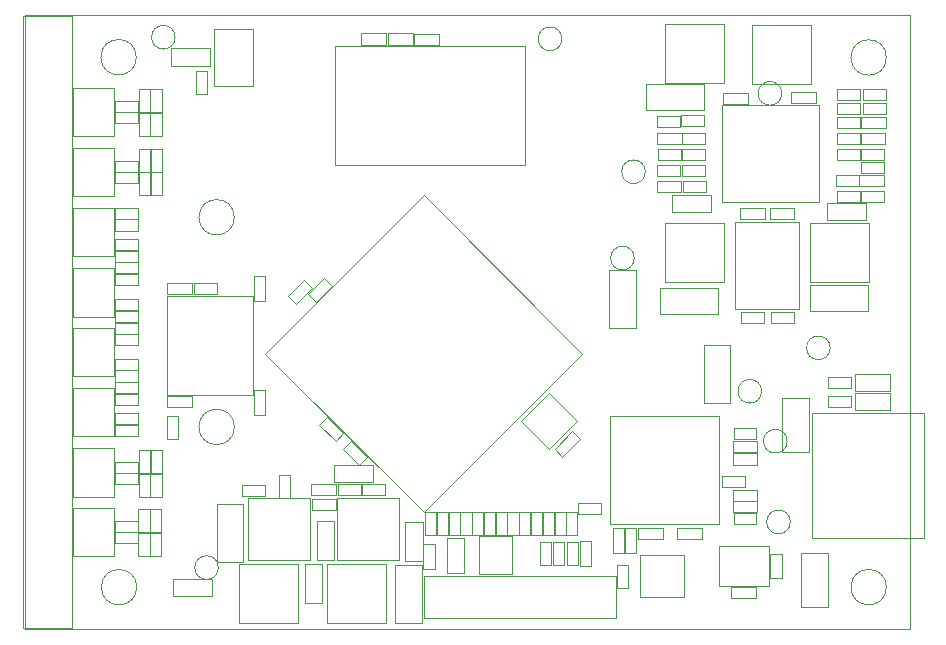
<source format=gbr>
G04 #@! TF.GenerationSoftware,KiCad,Pcbnew,(5.1.5)-3*
G04 #@! TF.CreationDate,2020-11-02T01:39:05+01:00*
G04 #@! TF.ProjectId,LogAn,4c6f6741-6e2e-46b6-9963-61645f706362,rev?*
G04 #@! TF.SameCoordinates,Original*
G04 #@! TF.FileFunction,Other,User*
%FSLAX46Y46*%
G04 Gerber Fmt 4.6, Leading zero omitted, Abs format (unit mm)*
G04 Created by KiCad (PCBNEW (5.1.5)-3) date 2020-11-02 01:39:05*
%MOMM*%
%LPD*%
G04 APERTURE LIST*
%ADD10C,0.050000*%
G04 APERTURE END LIST*
D10*
X140710920Y-90850720D02*
X65778380Y-90850720D01*
X140716000Y-38854380D02*
X140710920Y-90850720D01*
X65773300Y-38858340D02*
X140716000Y-38854380D01*
X65778380Y-90850720D02*
X65773300Y-38858340D01*
X102636220Y-82869680D02*
X102636220Y-80919680D01*
X103576220Y-82869680D02*
X102636220Y-82869680D01*
X103576220Y-80919680D02*
X103576220Y-82869680D01*
X102636220Y-80919680D02*
X103576220Y-80919680D01*
X114576500Y-81120080D02*
X112626500Y-81120080D01*
X114576500Y-80180080D02*
X114576500Y-81120080D01*
X112626500Y-80180080D02*
X114576500Y-80180080D01*
X112626500Y-81120080D02*
X112626500Y-80180080D01*
X80210560Y-45534220D02*
X80210560Y-43584220D01*
X81150560Y-45534220D02*
X80210560Y-45534220D01*
X81150560Y-43584220D02*
X81150560Y-45534220D01*
X80210560Y-43584220D02*
X81150560Y-43584220D01*
X81809320Y-44825620D02*
X85109320Y-44825620D01*
X81809320Y-40025620D02*
X81809320Y-44825620D01*
X85109320Y-40025620D02*
X81809320Y-40025620D01*
X85109320Y-44825620D02*
X85109320Y-40025620D01*
X86062460Y-79568140D02*
X84112460Y-79568140D01*
X86062460Y-78628140D02*
X86062460Y-79568140D01*
X84112460Y-78628140D02*
X86062460Y-78628140D01*
X84112460Y-79568140D02*
X84112460Y-78628140D01*
X75193020Y-42410380D02*
G75*
G03X75193020Y-42410380I-1500000J0D01*
G01*
X123215240Y-46900960D02*
X118315240Y-46900960D01*
X123215240Y-44660960D02*
X123215240Y-46900960D01*
X118315240Y-44660960D02*
X123215240Y-44660960D01*
X118315240Y-46900960D02*
X118315240Y-44660960D01*
X124457300Y-64178040D02*
X119557300Y-64178040D01*
X124457300Y-61938040D02*
X124457300Y-64178040D01*
X119557300Y-61938040D02*
X124457300Y-61938040D01*
X119557300Y-64178040D02*
X119557300Y-61938040D01*
X125480940Y-66762460D02*
X125480940Y-71662460D01*
X123240940Y-66762460D02*
X125480940Y-66762460D01*
X123240940Y-71662460D02*
X123240940Y-66762460D01*
X125480940Y-71662460D02*
X123240940Y-71662460D01*
X133938520Y-67017900D02*
G75*
G03X133938520Y-67017900I-1000000J0D01*
G01*
X111220760Y-40853360D02*
G75*
G03X111220760Y-40853360I-1000000J0D01*
G01*
X129844040Y-45473620D02*
G75*
G03X129844040Y-45473620I-1000000J0D01*
G01*
X117349780Y-59418220D02*
G75*
G03X117349780Y-59418220I-1000000J0D01*
G01*
X118289580Y-52108100D02*
G75*
G03X118289580Y-52108100I-1000000J0D01*
G01*
X128134620Y-70693280D02*
G75*
G03X128134620Y-70693280I-1000000J0D01*
G01*
X82142840Y-85623400D02*
G75*
G03X82142840Y-85623400I-1000000J0D01*
G01*
X78477620Y-40721280D02*
G75*
G03X78477620Y-40721280I-1000000J0D01*
G01*
X130562860Y-81760060D02*
G75*
G03X130562860Y-81760060I-1000000J0D01*
G01*
X130291080Y-74919840D02*
G75*
G03X130291080Y-74919840I-1000000J0D01*
G01*
X138698100Y-87276940D02*
G75*
G03X138698100Y-87276940I-1500000J0D01*
G01*
X75228580Y-87282020D02*
G75*
G03X75228580Y-87282020I-1500000J0D01*
G01*
X138698100Y-42433240D02*
G75*
G03X138698100Y-42433240I-1500000J0D01*
G01*
X83491200Y-73713820D02*
G75*
G03X83491200Y-73713820I-1500000J0D01*
G01*
X83491200Y-55963820D02*
G75*
G03X83491200Y-55963820I-1500000J0D01*
G01*
X78123780Y-41670220D02*
X81423780Y-41670220D01*
X78123780Y-43130220D02*
X78123780Y-41670220D01*
X81423780Y-43130220D02*
X78123780Y-43130220D01*
X81423780Y-41670220D02*
X81423780Y-43130220D01*
X81568560Y-88065360D02*
X78268560Y-88065360D01*
X81568560Y-86605360D02*
X81568560Y-88065360D01*
X78268560Y-86605360D02*
X81568560Y-86605360D01*
X78268560Y-88065360D02*
X78268560Y-86605360D01*
X86095940Y-60948860D02*
X86095940Y-63048860D01*
X85155940Y-60948860D02*
X86095940Y-60948860D01*
X85150940Y-63048860D02*
X85150940Y-60948860D01*
X86090940Y-63048860D02*
X85150940Y-63048860D01*
X85148320Y-72685620D02*
X85148320Y-70585620D01*
X86088320Y-72685620D02*
X85148320Y-72685620D01*
X86093320Y-70585620D02*
X86093320Y-72685620D01*
X85153320Y-70585620D02*
X86093320Y-70585620D01*
X79917000Y-62484100D02*
X77817000Y-62484100D01*
X79917000Y-61544100D02*
X79917000Y-62484100D01*
X77817000Y-61539100D02*
X79917000Y-61539100D01*
X77817000Y-62479100D02*
X77817000Y-61539100D01*
X79896680Y-72054820D02*
X77796680Y-72054820D01*
X79896680Y-71114820D02*
X79896680Y-72054820D01*
X77796680Y-71109820D02*
X79896680Y-71109820D01*
X77796680Y-72049820D02*
X77796680Y-71109820D01*
X82064500Y-62481560D02*
X80114500Y-62481560D01*
X82064500Y-61541560D02*
X82064500Y-62481560D01*
X80114500Y-61541560D02*
X82064500Y-61541560D01*
X80114500Y-62481560D02*
X80114500Y-61541560D01*
X77822960Y-74706900D02*
X77822960Y-72756900D01*
X78762960Y-74706900D02*
X77822960Y-74706900D01*
X78762960Y-72756900D02*
X78762960Y-74706900D01*
X77822960Y-72756900D02*
X78762960Y-72756900D01*
X77795100Y-71040100D02*
X85095100Y-71040100D01*
X77795100Y-62640100D02*
X85095100Y-62640100D01*
X85095100Y-62640100D02*
X85095100Y-71040100D01*
X77795100Y-62640100D02*
X77795100Y-71040100D01*
X88171120Y-77749760D02*
X88171120Y-79699760D01*
X87231120Y-77749760D02*
X88171120Y-77749760D01*
X87231120Y-79699760D02*
X87231120Y-77749760D01*
X88171120Y-79699760D02*
X87231120Y-79699760D01*
X131498480Y-88947340D02*
X131498480Y-84387340D01*
X133738480Y-88947340D02*
X131498480Y-88947340D01*
X133738480Y-84387340D02*
X133738480Y-88947340D01*
X131498480Y-84387340D02*
X133738480Y-84387340D01*
X92243000Y-78559560D02*
X94193000Y-78559560D01*
X92243000Y-79499560D02*
X92243000Y-78559560D01*
X94193000Y-79499560D02*
X92243000Y-79499560D01*
X94193000Y-78559560D02*
X94193000Y-79499560D01*
X94325800Y-78562100D02*
X96275800Y-78562100D01*
X94325800Y-79502100D02*
X94325800Y-78562100D01*
X96275800Y-79502100D02*
X94325800Y-79502100D01*
X96275800Y-78562100D02*
X96275800Y-79502100D01*
X90106860Y-79776220D02*
X92056860Y-79776220D01*
X90106860Y-80716220D02*
X90106860Y-79776220D01*
X92056860Y-80716220D02*
X90106860Y-80716220D01*
X92056860Y-79776220D02*
X92056860Y-80716220D01*
X99631400Y-82872220D02*
X99631400Y-80922220D01*
X100571400Y-82872220D02*
X99631400Y-82872220D01*
X100571400Y-80922220D02*
X100571400Y-82872220D01*
X99631400Y-80922220D02*
X100571400Y-80922220D01*
X90448380Y-85017880D02*
X90448380Y-81717880D01*
X91908380Y-85017880D02*
X90448380Y-85017880D01*
X91908380Y-81717880D02*
X91908380Y-85017880D01*
X90448380Y-81717880D02*
X91908380Y-81717880D01*
X101579780Y-80922220D02*
X101579780Y-82872220D01*
X100639780Y-80922220D02*
X101579780Y-80922220D01*
X100639780Y-82872220D02*
X100639780Y-80922220D01*
X101579780Y-82872220D02*
X100639780Y-82872220D01*
X97974400Y-85043280D02*
X97974400Y-81743280D01*
X99434400Y-85043280D02*
X97974400Y-85043280D01*
X99434400Y-81743280D02*
X99434400Y-85043280D01*
X97974400Y-81743280D02*
X99434400Y-81743280D01*
X88875240Y-90323040D02*
X88875240Y-85323040D01*
X83875240Y-90323040D02*
X83875240Y-85323040D01*
X83875240Y-85323040D02*
X88875240Y-85323040D01*
X83875240Y-90323040D02*
X88875240Y-90323040D01*
X91317440Y-85317960D02*
X91317440Y-90317960D01*
X96317440Y-85317960D02*
X96317440Y-90317960D01*
X96317440Y-90317960D02*
X91317440Y-90317960D01*
X96317440Y-85317960D02*
X91317440Y-85317960D01*
X89927420Y-84982040D02*
X89927420Y-79742040D01*
X84687420Y-84982040D02*
X89927420Y-84982040D01*
X84687420Y-79742040D02*
X84687420Y-84982040D01*
X89927420Y-79742040D02*
X84687420Y-79742040D01*
X97461060Y-84976960D02*
X97461060Y-79736960D01*
X92221060Y-84976960D02*
X97461060Y-84976960D01*
X92221060Y-79736960D02*
X92221060Y-84976960D01*
X97461060Y-79736960D02*
X92221060Y-79736960D01*
X84264360Y-80209220D02*
X84264360Y-85109220D01*
X82024360Y-80209220D02*
X84264360Y-80209220D01*
X82024360Y-85109220D02*
X82024360Y-80209220D01*
X84264360Y-85109220D02*
X82024360Y-85109220D01*
X99374820Y-85431460D02*
X99374820Y-90331460D01*
X97134820Y-85431460D02*
X99374820Y-85431460D01*
X97134820Y-90331460D02*
X97134820Y-85431460D01*
X99374820Y-90331460D02*
X97134820Y-90331460D01*
X91905820Y-76945740D02*
X95205820Y-76945740D01*
X91905820Y-78405740D02*
X91905820Y-76945740D01*
X95205820Y-78405740D02*
X91905820Y-78405740D01*
X95205820Y-76945740D02*
X95205820Y-78405740D01*
X90021700Y-78551940D02*
X92121700Y-78551940D01*
X90021700Y-79491940D02*
X90021700Y-78551940D01*
X92121700Y-79496940D02*
X90021700Y-79496940D01*
X92121700Y-78556940D02*
X92121700Y-79496940D01*
X89455240Y-88642460D02*
X89455240Y-85342460D01*
X90915240Y-88642460D02*
X89455240Y-88642460D01*
X90915240Y-85342460D02*
X90915240Y-88642460D01*
X89455240Y-85342460D02*
X90915240Y-85342460D01*
X99506940Y-85759000D02*
X99506940Y-83659000D01*
X100446940Y-85759000D02*
X99506940Y-85759000D01*
X100451940Y-83659000D02*
X100451940Y-85759000D01*
X99511940Y-83659000D02*
X100451940Y-83659000D01*
X107025900Y-86161680D02*
X107025900Y-82961680D01*
X104225900Y-86161680D02*
X104225900Y-82961680D01*
X104225900Y-86161680D02*
X107025900Y-86161680D01*
X107025900Y-82961680D02*
X104225900Y-82961680D01*
X102947220Y-83109620D02*
X102947220Y-86069620D01*
X101487220Y-83109620D02*
X102947220Y-83109620D01*
X101487220Y-86069620D02*
X101487220Y-83109620D01*
X102947220Y-86069620D02*
X101487220Y-86069620D01*
X91748029Y-61761151D02*
X90369171Y-63140009D01*
X91083349Y-61096471D02*
X91748029Y-61761151D01*
X89704491Y-62475329D02*
X91083349Y-61096471D01*
X90369171Y-63140009D02*
X89704491Y-62475329D01*
X90073778Y-61913942D02*
X88694920Y-63292800D01*
X89409098Y-61249262D02*
X90073778Y-61913942D01*
X88030240Y-62628120D02*
X89409098Y-61249262D01*
X88694920Y-63292800D02*
X88030240Y-62628120D01*
X73373340Y-56151680D02*
X75323340Y-56151680D01*
X73373340Y-57091680D02*
X73373340Y-56151680D01*
X75323340Y-57091680D02*
X73373340Y-57091680D01*
X75323340Y-56151680D02*
X75323340Y-57091680D01*
X73383500Y-57774740D02*
X75333500Y-57774740D01*
X73383500Y-58714740D02*
X73383500Y-57774740D01*
X75333500Y-58714740D02*
X73383500Y-58714740D01*
X75333500Y-57774740D02*
X75333500Y-58714740D01*
X73364940Y-60754160D02*
X75314940Y-60754160D01*
X73364940Y-61694160D02*
X73364940Y-60754160D01*
X75314940Y-61694160D02*
X73364940Y-61694160D01*
X75314940Y-60754160D02*
X75314940Y-61694160D01*
X73360640Y-62905540D02*
X75310640Y-62905540D01*
X73360640Y-63845540D02*
X73360640Y-62905540D01*
X75310640Y-63845540D02*
X73360640Y-63845540D01*
X75310640Y-62905540D02*
X75310640Y-63845540D01*
X75399800Y-77627120D02*
X75399800Y-75677120D01*
X76339800Y-77627120D02*
X75399800Y-77627120D01*
X76339800Y-75677120D02*
X76339800Y-77627120D01*
X75399800Y-75677120D02*
X76339800Y-75677120D01*
X73353020Y-65831620D02*
X75303020Y-65831620D01*
X73353020Y-66771620D02*
X73353020Y-65831620D01*
X75303020Y-66771620D02*
X73353020Y-66771620D01*
X75303020Y-65831620D02*
X75303020Y-66771620D01*
X76337260Y-77681180D02*
X76337260Y-79631180D01*
X75397260Y-77681180D02*
X76337260Y-77681180D01*
X75397260Y-79631180D02*
X75397260Y-77681180D01*
X76337260Y-79631180D02*
X75397260Y-79631180D01*
X73396980Y-67934740D02*
X75346980Y-67934740D01*
X73396980Y-68874740D02*
X73396980Y-67934740D01*
X75346980Y-68874740D02*
X73396980Y-68874740D01*
X75346980Y-67934740D02*
X75346980Y-68874740D01*
X75369320Y-82608060D02*
X75369320Y-80658060D01*
X76309320Y-82608060D02*
X75369320Y-82608060D01*
X76309320Y-80658060D02*
X76309320Y-82608060D01*
X75369320Y-80658060D02*
X76309320Y-80658060D01*
X73386040Y-70952260D02*
X75336040Y-70952260D01*
X73386040Y-71892260D02*
X73386040Y-70952260D01*
X75336040Y-71892260D02*
X73386040Y-71892260D01*
X75336040Y-70952260D02*
X75336040Y-71892260D01*
X76314400Y-82667200D02*
X76314400Y-84617200D01*
X75374400Y-82667200D02*
X76314400Y-82667200D01*
X75374400Y-84617200D02*
X75374400Y-82667200D01*
X76314400Y-84617200D02*
X75374400Y-84617200D01*
X73391120Y-72555000D02*
X75341120Y-72555000D01*
X73391120Y-73495000D02*
X73391120Y-72555000D01*
X75341120Y-73495000D02*
X73391120Y-73495000D01*
X75341120Y-72555000D02*
X75341120Y-73495000D01*
X75389640Y-47043760D02*
X75389640Y-45093760D01*
X76329640Y-47043760D02*
X75389640Y-47043760D01*
X76329640Y-45093760D02*
X76329640Y-47043760D01*
X75389640Y-45093760D02*
X76329640Y-45093760D01*
X76327100Y-47111500D02*
X76327100Y-49061500D01*
X75387100Y-47111500D02*
X76327100Y-47111500D01*
X75387100Y-49061500D02*
X75387100Y-47111500D01*
X76327100Y-49061500D02*
X75387100Y-49061500D01*
X77325320Y-45100600D02*
X77325320Y-47050600D01*
X76385320Y-45100600D02*
X77325320Y-45100600D01*
X76385320Y-47050600D02*
X76385320Y-45100600D01*
X77325320Y-47050600D02*
X76385320Y-47050600D01*
X76385320Y-49052120D02*
X76385320Y-47102120D01*
X77325320Y-49052120D02*
X76385320Y-49052120D01*
X77325320Y-47102120D02*
X77325320Y-49052120D01*
X76385320Y-47102120D02*
X77325320Y-47102120D01*
X75422660Y-52113600D02*
X75422660Y-50163600D01*
X76362660Y-52113600D02*
X75422660Y-52113600D01*
X76362660Y-50163600D02*
X76362660Y-52113600D01*
X75422660Y-50163600D02*
X76362660Y-50163600D01*
X76360120Y-52166100D02*
X76360120Y-54116100D01*
X75420120Y-52166100D02*
X76360120Y-52166100D01*
X75420120Y-54116100D02*
X75420120Y-52166100D01*
X76360120Y-54116100D02*
X75420120Y-54116100D01*
X77355800Y-50169660D02*
X77355800Y-52119660D01*
X76415800Y-50169660D02*
X77355800Y-50169660D01*
X76415800Y-52119660D02*
X76415800Y-50169660D01*
X77355800Y-52119660D02*
X76415800Y-52119660D01*
X76410720Y-54117660D02*
X76410720Y-52167660D01*
X77350720Y-54117660D02*
X76410720Y-54117660D01*
X77350720Y-52167660D02*
X77350720Y-54117660D01*
X76410720Y-52167660D02*
X77350720Y-52167660D01*
X77340560Y-75676340D02*
X77340560Y-77626340D01*
X76400560Y-75676340D02*
X77340560Y-75676340D01*
X76400560Y-77626340D02*
X76400560Y-75676340D01*
X77340560Y-77626340D02*
X76400560Y-77626340D01*
X76392940Y-79638800D02*
X76392940Y-77688800D01*
X77332940Y-79638800D02*
X76392940Y-79638800D01*
X77332940Y-77688800D02*
X77332940Y-79638800D01*
X76392940Y-77688800D02*
X77332940Y-77688800D01*
X91349611Y-72879531D02*
X92728469Y-74258389D01*
X90684931Y-73544211D02*
X91349611Y-72879531D01*
X92063789Y-74923069D02*
X90684931Y-73544211D01*
X92728469Y-74258389D02*
X92063789Y-74923069D01*
X77307540Y-80658840D02*
X77307540Y-82608840D01*
X76367540Y-80658840D02*
X77307540Y-80658840D01*
X76367540Y-82608840D02*
X76367540Y-80658840D01*
X77307540Y-82608840D02*
X76367540Y-82608840D01*
X76377700Y-84619740D02*
X76377700Y-82669740D01*
X77317700Y-84619740D02*
X76377700Y-84619740D01*
X77317700Y-82669740D02*
X77317700Y-84619740D01*
X76377700Y-82669740D02*
X77317700Y-82669740D01*
X93350740Y-74900980D02*
X94729598Y-76279838D01*
X92686060Y-75565660D02*
X93350740Y-74900980D01*
X94064918Y-76944518D02*
X92686060Y-75565660D01*
X94729598Y-76279838D02*
X94064918Y-76944518D01*
X69759680Y-38953340D02*
X69759680Y-90753340D01*
X65584680Y-38953340D02*
X69759680Y-38953340D01*
X65609680Y-90753340D02*
X65584680Y-38953340D01*
X69759680Y-90753340D02*
X65609680Y-90753340D01*
X73380960Y-46141540D02*
X75330960Y-46141540D01*
X73380960Y-47081540D02*
X73380960Y-46141540D01*
X75330960Y-47081540D02*
X73380960Y-47081540D01*
X75330960Y-46141540D02*
X75330960Y-47081540D01*
X73380960Y-47078800D02*
X75330960Y-47078800D01*
X73380960Y-48018800D02*
X73380960Y-47078800D01*
X75330960Y-48018800D02*
X73380960Y-48018800D01*
X75330960Y-47078800D02*
X75330960Y-48018800D01*
X73408900Y-51193600D02*
X75358900Y-51193600D01*
X73408900Y-52133600D02*
X73408900Y-51193600D01*
X75358900Y-52133600D02*
X73408900Y-52133600D01*
X75358900Y-51193600D02*
X75358900Y-52133600D01*
X73408900Y-52128320D02*
X75358900Y-52128320D01*
X73408900Y-53068320D02*
X73408900Y-52128320D01*
X75358900Y-53068320D02*
X73408900Y-53068320D01*
X75358900Y-52128320D02*
X75358900Y-53068320D01*
X73370800Y-55161080D02*
X75320800Y-55161080D01*
X73370800Y-56101080D02*
X73370800Y-55161080D01*
X75320800Y-56101080D02*
X73370800Y-56101080D01*
X75320800Y-55161080D02*
X75320800Y-56101080D01*
X73380180Y-58778040D02*
X75330180Y-58778040D01*
X73380180Y-59718040D02*
X73380180Y-58778040D01*
X75330180Y-59718040D02*
X73380180Y-59718040D01*
X75330180Y-58778040D02*
X75330180Y-59718040D01*
X73370020Y-59768640D02*
X75320020Y-59768640D01*
X73370020Y-60708640D02*
X73370020Y-59768640D01*
X75320020Y-60708640D02*
X73370020Y-60708640D01*
X75320020Y-59768640D02*
X75320020Y-60708640D01*
X73360640Y-63893600D02*
X75310640Y-63893600D01*
X73360640Y-64833600D02*
X73360640Y-63893600D01*
X75310640Y-64833600D02*
X73360640Y-64833600D01*
X75310640Y-63893600D02*
X75310640Y-64833600D01*
X73352240Y-64876580D02*
X75302240Y-64876580D01*
X73352240Y-65816580D02*
X73352240Y-64876580D01*
X75302240Y-65816580D02*
X73352240Y-65816580D01*
X75302240Y-64876580D02*
X75302240Y-65816580D01*
X73377640Y-68935500D02*
X75327640Y-68935500D01*
X73377640Y-69875500D02*
X73377640Y-68935500D01*
X75327640Y-69875500D02*
X73377640Y-69875500D01*
X75327640Y-68935500D02*
X75327640Y-69875500D01*
X73373340Y-69938800D02*
X75323340Y-69938800D01*
X73373340Y-70878800D02*
X73373340Y-69938800D01*
X75323340Y-70878800D02*
X73373340Y-70878800D01*
X75323340Y-69938800D02*
X75323340Y-70878800D01*
X73380960Y-73550680D02*
X75330960Y-73550680D01*
X73380960Y-74490680D02*
X73380960Y-73550680D01*
X75330960Y-74490680D02*
X73380960Y-74490680D01*
X75330960Y-73550680D02*
X75330960Y-74490680D01*
X73393660Y-76692660D02*
X75343660Y-76692660D01*
X73393660Y-77632660D02*
X73393660Y-76692660D01*
X75343660Y-77632660D02*
X73393660Y-77632660D01*
X75343660Y-76692660D02*
X75343660Y-77632660D01*
X73392880Y-77635000D02*
X75342880Y-77635000D01*
X73392880Y-78575000D02*
X73392880Y-77635000D01*
X75342880Y-78575000D02*
X73392880Y-78575000D01*
X75342880Y-77635000D02*
X75342880Y-78575000D01*
X73358100Y-81699000D02*
X75308100Y-81699000D01*
X73358100Y-82639000D02*
X73358100Y-81699000D01*
X75308100Y-82639000D02*
X73358100Y-82639000D01*
X75308100Y-81699000D02*
X75308100Y-82639000D01*
X73369040Y-82638800D02*
X75319040Y-82638800D01*
X73369040Y-83578800D02*
X73369040Y-82638800D01*
X75319040Y-83578800D02*
X73369040Y-83578800D01*
X75319040Y-82638800D02*
X75319040Y-83578800D01*
X73314500Y-69438740D02*
X69814500Y-69438740D01*
X73314500Y-69438740D02*
X73314500Y-65338740D01*
X69814500Y-65338740D02*
X69814500Y-69438740D01*
X69814500Y-65338740D02*
X73314500Y-65338740D01*
X73296720Y-64371440D02*
X69796720Y-64371440D01*
X73296720Y-64371440D02*
X73296720Y-60271440D01*
X69796720Y-60271440D02*
X69796720Y-64371440D01*
X69796720Y-60271440D02*
X73296720Y-60271440D01*
X73311960Y-74511120D02*
X69811960Y-74511120D01*
X73311960Y-74511120D02*
X73311960Y-70411120D01*
X69811960Y-70411120D02*
X69811960Y-74511120D01*
X69811960Y-70411120D02*
X73311960Y-70411120D01*
X73314500Y-59255880D02*
X69814500Y-59255880D01*
X73314500Y-59255880D02*
X73314500Y-55155880D01*
X69814500Y-55155880D02*
X69814500Y-59255880D01*
X69814500Y-55155880D02*
X73314500Y-55155880D01*
X73324660Y-79619060D02*
X69824660Y-79619060D01*
X73324660Y-79619060D02*
X73324660Y-75519060D01*
X69824660Y-75519060D02*
X69824660Y-79619060D01*
X69824660Y-75519060D02*
X73324660Y-75519060D01*
X73311960Y-54193660D02*
X69811960Y-54193660D01*
X73311960Y-54193660D02*
X73311960Y-50093660D01*
X69811960Y-50093660D02*
X69811960Y-54193660D01*
X69811960Y-50093660D02*
X73311960Y-50093660D01*
X73317040Y-84648260D02*
X69817040Y-84648260D01*
X73317040Y-84648260D02*
X73317040Y-80548260D01*
X69817040Y-80548260D02*
X69817040Y-84648260D01*
X69817040Y-80548260D02*
X73317040Y-80548260D01*
X73319580Y-49100960D02*
X69819580Y-49100960D01*
X73319580Y-49100960D02*
X73319580Y-45000960D01*
X69819580Y-45000960D02*
X69819580Y-49100960D01*
X69819580Y-45000960D02*
X73319580Y-45000960D01*
X135714380Y-70449540D02*
X133764380Y-70449540D01*
X135714380Y-69509540D02*
X135714380Y-70449540D01*
X133764380Y-69509540D02*
X135714380Y-69509540D01*
X133764380Y-70449540D02*
X133764380Y-69509540D01*
X136048300Y-69231760D02*
X139008300Y-69231760D01*
X136048300Y-70691760D02*
X136048300Y-69231760D01*
X139008300Y-70691760D02*
X136048300Y-70691760D01*
X139008300Y-69231760D02*
X139008300Y-70691760D01*
X132115420Y-71235220D02*
X132115420Y-75795220D01*
X129875420Y-71235220D02*
X132115420Y-71235220D01*
X129875420Y-75795220D02*
X129875420Y-71235220D01*
X132115420Y-75795220D02*
X129875420Y-75795220D01*
X132433560Y-83158300D02*
X132433560Y-72518300D01*
X141853560Y-83158300D02*
X141853560Y-72518300D01*
X132433560Y-83158300D02*
X141853560Y-83158300D01*
X132433560Y-72518300D02*
X141853560Y-72518300D01*
X124953400Y-44636060D02*
X124953400Y-39636060D01*
X119953400Y-44636060D02*
X119953400Y-39636060D01*
X119953400Y-39636060D02*
X124953400Y-39636060D01*
X119953400Y-44636060D02*
X124953400Y-44636060D01*
X132281300Y-44676700D02*
X132281300Y-39676700D01*
X127281300Y-44676700D02*
X127281300Y-39676700D01*
X127281300Y-39676700D02*
X132281300Y-39676700D01*
X127281300Y-44676700D02*
X132281300Y-44676700D01*
X124938100Y-61425460D02*
X124938100Y-56425460D01*
X119938100Y-61425460D02*
X119938100Y-56425460D01*
X119938100Y-56425460D02*
X124938100Y-56425460D01*
X119938100Y-61425460D02*
X124938100Y-61425460D01*
X132231760Y-56453400D02*
X132231760Y-61453400D01*
X137231760Y-56453400D02*
X137231760Y-61453400D01*
X137231760Y-61453400D02*
X132231760Y-61453400D01*
X137231760Y-56453400D02*
X132231760Y-56453400D01*
X111442600Y-83464760D02*
X111442600Y-85414760D01*
X110502600Y-83464760D02*
X111442600Y-83464760D01*
X110502600Y-85414760D02*
X110502600Y-83464760D01*
X111442600Y-85414760D02*
X110502600Y-85414760D01*
X110330080Y-83462220D02*
X110330080Y-85412220D01*
X109390080Y-83462220D02*
X110330080Y-83462220D01*
X109390080Y-85412220D02*
X109390080Y-83462220D01*
X110330080Y-85412220D02*
X109390080Y-85412220D01*
X110545980Y-80914600D02*
X110545980Y-82864600D01*
X109605980Y-80914600D02*
X110545980Y-80914600D01*
X109605980Y-82864600D02*
X109605980Y-80914600D01*
X110545980Y-82864600D02*
X109605980Y-82864600D01*
X91981540Y-51548740D02*
X91981540Y-41448740D01*
X91981540Y-41448740D02*
X108081540Y-41448740D01*
X108081540Y-41448740D02*
X108081540Y-51548740D01*
X108081540Y-51548740D02*
X91981540Y-51548740D01*
X94215240Y-40403680D02*
X96315240Y-40403680D01*
X94215240Y-41343680D02*
X94215240Y-40403680D01*
X96315240Y-41348680D02*
X94215240Y-41348680D01*
X96315240Y-40408680D02*
X96315240Y-41348680D01*
X96498700Y-40403680D02*
X98598700Y-40403680D01*
X96498700Y-41343680D02*
X96498700Y-40403680D01*
X98598700Y-41348680D02*
X96498700Y-41348680D01*
X98598700Y-40408680D02*
X98598700Y-41348680D01*
X98738980Y-40406220D02*
X100838980Y-40406220D01*
X98738980Y-41346220D02*
X98738980Y-40406220D01*
X100838980Y-41351220D02*
X98738980Y-41351220D01*
X100838980Y-40411220D02*
X100838980Y-41351220D01*
X99511540Y-54070313D02*
X86076511Y-67505342D01*
X112946569Y-67505342D02*
X99511540Y-54070313D01*
X99511540Y-80940371D02*
X112946569Y-67505342D01*
X86076511Y-67505342D02*
X99511540Y-80940371D01*
X128739320Y-83778620D02*
X124539320Y-83778620D01*
X128739320Y-87178620D02*
X128739320Y-83778620D01*
X124539320Y-87178620D02*
X128739320Y-87178620D01*
X124539320Y-83778620D02*
X124539320Y-87178620D01*
X135696600Y-72042120D02*
X133746600Y-72042120D01*
X135696600Y-71102120D02*
X135696600Y-72042120D01*
X133746600Y-71102120D02*
X135696600Y-71102120D01*
X133746600Y-72042120D02*
X133746600Y-71102120D01*
X126727860Y-78823920D02*
X124777860Y-78823920D01*
X126727860Y-77883920D02*
X126727860Y-78823920D01*
X124777860Y-77883920D02*
X126727860Y-77883920D01*
X124777860Y-78823920D02*
X124777860Y-77883920D01*
X115895020Y-87317220D02*
X115895020Y-85367220D01*
X116835020Y-87317220D02*
X115895020Y-87317220D01*
X116835020Y-85367220D02*
X116835020Y-87317220D01*
X115895020Y-85367220D02*
X116835020Y-85367220D01*
X119328780Y-50149660D02*
X121278780Y-50149660D01*
X119328780Y-51089660D02*
X119328780Y-50149660D01*
X121278780Y-51089660D02*
X119328780Y-51089660D01*
X121278780Y-50149660D02*
X121278780Y-51089660D01*
X138541400Y-49791720D02*
X136591400Y-49791720D01*
X138541400Y-48851720D02*
X138541400Y-49791720D01*
X136591400Y-48851720D02*
X138541400Y-48851720D01*
X136591400Y-49791720D02*
X136591400Y-48851720D01*
X119314320Y-51541580D02*
X121264320Y-51541580D01*
X119314320Y-52481580D02*
X119314320Y-51541580D01*
X121264320Y-52481580D02*
X119314320Y-52481580D01*
X121264320Y-51541580D02*
X121264320Y-52481580D01*
X138498220Y-52247900D02*
X136548220Y-52247900D01*
X138498220Y-51307900D02*
X138498220Y-52247900D01*
X136548220Y-51307900D02*
X138498220Y-51307900D01*
X136548220Y-52247900D02*
X136548220Y-51307900D01*
X138508380Y-51140460D02*
X136558380Y-51140460D01*
X138508380Y-50200460D02*
X138508380Y-51140460D01*
X136558380Y-50200460D02*
X138508380Y-50200460D01*
X136558380Y-51140460D02*
X136558380Y-50200460D01*
X121397120Y-50169980D02*
X123347120Y-50169980D01*
X121397120Y-51109980D02*
X121397120Y-50169980D01*
X123347120Y-51109980D02*
X121397120Y-51109980D01*
X123347120Y-50169980D02*
X123347120Y-51109980D01*
X136473840Y-49799340D02*
X134523840Y-49799340D01*
X136473840Y-48859340D02*
X136473840Y-49799340D01*
X134523840Y-48859340D02*
X136473840Y-48859340D01*
X134523840Y-49799340D02*
X134523840Y-48859340D01*
X121417440Y-51544120D02*
X123367440Y-51544120D01*
X121417440Y-52484120D02*
X121417440Y-51544120D01*
X123367440Y-52484120D02*
X121417440Y-52484120D01*
X123367440Y-51544120D02*
X123367440Y-52484120D01*
X126375520Y-63985040D02*
X128325520Y-63985040D01*
X126375520Y-64925040D02*
X126375520Y-63985040D01*
X128325520Y-64925040D02*
X126375520Y-64925040D01*
X128325520Y-63985040D02*
X128325520Y-64925040D01*
X128940920Y-63985040D02*
X130890920Y-63985040D01*
X128940920Y-64925040D02*
X128940920Y-63985040D01*
X130890920Y-64925040D02*
X128940920Y-64925040D01*
X130890920Y-63985040D02*
X130890920Y-64925040D01*
X136453520Y-51140460D02*
X134503520Y-51140460D01*
X136453520Y-50200460D02*
X136453520Y-51140460D01*
X134503520Y-50200460D02*
X136453520Y-50200460D01*
X134503520Y-51140460D02*
X134503520Y-50200460D01*
X123339500Y-49763780D02*
X121389500Y-49763780D01*
X123339500Y-48823780D02*
X123339500Y-49763780D01*
X121389500Y-48823780D02*
X123339500Y-48823780D01*
X121389500Y-49763780D02*
X121389500Y-48823780D01*
X134503520Y-47497900D02*
X136453520Y-47497900D01*
X134503520Y-48437900D02*
X134503520Y-47497900D01*
X136453520Y-48437900D02*
X134503520Y-48437900D01*
X136453520Y-47497900D02*
X136453520Y-48437900D01*
X123423320Y-53804920D02*
X121473320Y-53804920D01*
X123423320Y-52864920D02*
X123423320Y-53804920D01*
X121473320Y-52864920D02*
X123423320Y-52864920D01*
X121473320Y-53804920D02*
X121473320Y-52864920D01*
X134465420Y-52405180D02*
X136415420Y-52405180D01*
X134465420Y-53345180D02*
X134465420Y-52405180D01*
X136415420Y-53345180D02*
X134465420Y-53345180D01*
X136415420Y-52405180D02*
X136415420Y-53345180D01*
X119306700Y-47350580D02*
X121256700Y-47350580D01*
X119306700Y-48290580D02*
X119306700Y-47350580D01*
X121256700Y-48290580D02*
X119306700Y-48290580D01*
X121256700Y-47350580D02*
X121256700Y-48290580D01*
X138645540Y-47211080D02*
X136695540Y-47211080D01*
X138645540Y-46271080D02*
X138645540Y-47211080D01*
X136695540Y-46271080D02*
X138645540Y-46271080D01*
X136695540Y-47211080D02*
X136695540Y-46271080D01*
X138637920Y-46009660D02*
X136687920Y-46009660D01*
X138637920Y-45069660D02*
X138637920Y-46009660D01*
X136687920Y-45069660D02*
X138637920Y-45069660D01*
X136687920Y-46009660D02*
X136687920Y-45069660D01*
X136545680Y-53751380D02*
X138495680Y-53751380D01*
X136545680Y-54691380D02*
X136545680Y-53751380D01*
X138495680Y-54691380D02*
X136545680Y-54691380D01*
X138495680Y-53751380D02*
X138495680Y-54691380D01*
X121333620Y-47327720D02*
X123283620Y-47327720D01*
X121333620Y-48267720D02*
X121333620Y-47327720D01*
X123283620Y-48267720D02*
X121333620Y-48267720D01*
X123283620Y-47327720D02*
X123283620Y-48267720D01*
X136445900Y-47211080D02*
X134495900Y-47211080D01*
X136445900Y-46271080D02*
X136445900Y-47211080D01*
X134495900Y-46271080D02*
X136445900Y-46271080D01*
X134495900Y-47211080D02*
X134495900Y-46271080D01*
X136440820Y-46007120D02*
X134490820Y-46007120D01*
X136440820Y-45067120D02*
X136440820Y-46007120D01*
X134490820Y-45067120D02*
X136440820Y-45067120D01*
X134490820Y-46007120D02*
X134490820Y-45067120D01*
X136486540Y-54693920D02*
X134536540Y-54693920D01*
X136486540Y-53753920D02*
X136486540Y-54693920D01*
X134536540Y-53753920D02*
X136486540Y-53753920D01*
X134536540Y-54693920D02*
X134536540Y-53753920D01*
X109545220Y-80914600D02*
X109545220Y-82864600D01*
X108605220Y-80914600D02*
X109545220Y-80914600D01*
X108605220Y-82864600D02*
X108605220Y-80914600D01*
X109545220Y-82864600D02*
X108605220Y-82864600D01*
X108549540Y-80919680D02*
X108549540Y-82869680D01*
X107609540Y-80919680D02*
X108549540Y-80919680D01*
X107609540Y-82869680D02*
X107609540Y-80919680D01*
X108549540Y-82869680D02*
X107609540Y-82869680D01*
X101640540Y-82869680D02*
X101640540Y-80919680D01*
X102580540Y-82869680D02*
X101640540Y-82869680D01*
X102580540Y-80919680D02*
X102580540Y-82869680D01*
X101640540Y-80919680D02*
X102580540Y-80919680D01*
X112565280Y-83457140D02*
X112565280Y-85407140D01*
X111625280Y-83457140D02*
X112565280Y-83457140D01*
X111625280Y-85407140D02*
X111625280Y-83457140D01*
X112565280Y-85407140D02*
X111625280Y-85407140D01*
X112537340Y-80917140D02*
X112537340Y-82867140D01*
X111597340Y-80917140D02*
X112537340Y-80917140D01*
X111597340Y-82867140D02*
X111597340Y-80917140D01*
X112537340Y-82867140D02*
X111597340Y-82867140D01*
X111544200Y-80914600D02*
X111544200Y-82864600D01*
X110604200Y-80914600D02*
X111544200Y-80914600D01*
X110604200Y-82864600D02*
X110604200Y-80914600D01*
X111544200Y-82864600D02*
X110604200Y-82864600D01*
X105567580Y-80917140D02*
X105567580Y-82867140D01*
X104627580Y-80917140D02*
X105567580Y-80917140D01*
X104627580Y-82867140D02*
X104627580Y-80917140D01*
X105567580Y-82867140D02*
X104627580Y-82867140D01*
X106558180Y-80917140D02*
X106558180Y-82867140D01*
X105618180Y-80917140D02*
X106558180Y-80917140D01*
X105618180Y-82867140D02*
X105618180Y-80917140D01*
X106558180Y-82867140D02*
X105618180Y-82867140D01*
X104571900Y-80917140D02*
X104571900Y-82867140D01*
X103631900Y-80917140D02*
X104571900Y-80917140D01*
X103631900Y-82867140D02*
X103631900Y-80917140D01*
X104571900Y-82867140D02*
X103631900Y-82867140D01*
X107553860Y-80917140D02*
X107553860Y-82867140D01*
X106613860Y-80917140D02*
X107553860Y-80917140D01*
X106613860Y-82867140D02*
X106613860Y-80917140D01*
X107553860Y-82867140D02*
X106613860Y-82867140D01*
X125890040Y-56365920D02*
X125890040Y-63765920D01*
X131290040Y-56365920D02*
X125890040Y-56365920D01*
X131290040Y-63765920D02*
X131290040Y-56365920D01*
X125890040Y-63765920D02*
X131290040Y-63765920D01*
X139015920Y-72291960D02*
X136055920Y-72291960D01*
X139015920Y-70831960D02*
X139015920Y-72291960D01*
X136055920Y-70831960D02*
X139015920Y-70831960D01*
X136055920Y-72291960D02*
X136055920Y-70831960D01*
X115806160Y-89889740D02*
X99556160Y-89889740D01*
X115806160Y-86339740D02*
X115806160Y-89889740D01*
X99556160Y-86339740D02*
X115806160Y-86339740D01*
X99556160Y-89889740D02*
X99556160Y-86339740D01*
X107760615Y-73220478D02*
X110129422Y-75589285D01*
X110164778Y-70816315D02*
X107760615Y-73220478D01*
X112533585Y-73185122D02*
X110164778Y-70816315D01*
X110129422Y-75589285D02*
X112533585Y-73185122D01*
X117800040Y-84532060D02*
X117800040Y-88132060D01*
X117800040Y-88132060D02*
X121600040Y-88132060D01*
X121600040Y-88132060D02*
X121600040Y-84532060D01*
X121600040Y-84532060D02*
X117800040Y-84532060D01*
X132959280Y-54684100D02*
X132959280Y-46484100D01*
X124759280Y-54684100D02*
X132959280Y-54684100D01*
X124759280Y-46484100D02*
X124759280Y-54684100D01*
X132959280Y-46484100D02*
X124759280Y-46484100D01*
X115324040Y-81953160D02*
X124524040Y-81953160D01*
X115324040Y-72753160D02*
X115324040Y-81953160D01*
X124524040Y-72753160D02*
X115324040Y-72753160D01*
X124524040Y-81953160D02*
X124524040Y-72753160D01*
X125818540Y-80967480D02*
X127678540Y-80967480D01*
X125818540Y-81907480D02*
X125818540Y-80967480D01*
X127678540Y-81907480D02*
X125818540Y-81907480D01*
X127678540Y-80967480D02*
X127678540Y-81907480D01*
X125810920Y-73802140D02*
X127670920Y-73802140D01*
X125810920Y-74742140D02*
X125810920Y-73802140D01*
X127670920Y-74742140D02*
X125810920Y-74742140D01*
X127670920Y-73802140D02*
X127670920Y-74742140D01*
X112753522Y-74740858D02*
X111268598Y-76225782D01*
X112088842Y-74076178D02*
X112753522Y-74740858D01*
X110600382Y-75557566D02*
X112085306Y-74072642D01*
X111265063Y-76222247D02*
X110600382Y-75557566D01*
X127783300Y-75824180D02*
X125683300Y-75824180D01*
X127783300Y-74884180D02*
X127783300Y-75824180D01*
X125683300Y-74879180D02*
X127783300Y-74879180D01*
X125683300Y-75819180D02*
X125683300Y-74879180D01*
X127783300Y-76903680D02*
X125683300Y-76903680D01*
X127783300Y-75963680D02*
X127783300Y-76903680D01*
X125683300Y-75958680D02*
X127783300Y-75958680D01*
X125683300Y-76898680D02*
X125683300Y-75958680D01*
X123071600Y-83213040D02*
X120971600Y-83213040D01*
X123071600Y-82273040D02*
X123071600Y-83213040D01*
X120971600Y-82268040D02*
X123071600Y-82268040D01*
X120971600Y-83208040D02*
X120971600Y-82268040D01*
X127785840Y-80916880D02*
X125685840Y-80916880D01*
X127785840Y-79976880D02*
X127785840Y-80916880D01*
X125685840Y-79971880D02*
X127785840Y-79971880D01*
X125685840Y-80911880D02*
X125685840Y-79971880D01*
X127785840Y-79961840D02*
X125685840Y-79961840D01*
X127785840Y-79021840D02*
X127785840Y-79961840D01*
X125685840Y-79016840D02*
X127785840Y-79016840D01*
X125685840Y-79956840D02*
X125685840Y-79016840D01*
X115531800Y-84365900D02*
X115531800Y-82265900D01*
X116471800Y-84365900D02*
X115531800Y-84365900D01*
X116476800Y-82265900D02*
X116476800Y-84365900D01*
X115536800Y-82265900D02*
X116476800Y-82265900D01*
X116585900Y-84367080D02*
X116585900Y-82267080D01*
X117525900Y-84367080D02*
X116585900Y-84367080D01*
X117530900Y-82267080D02*
X117530900Y-84367080D01*
X116590900Y-82267080D02*
X117530900Y-82267080D01*
X129824580Y-84438780D02*
X129824580Y-86538780D01*
X128884580Y-84438780D02*
X129824580Y-84438780D01*
X128879580Y-86538780D02*
X128879580Y-84438780D01*
X129819580Y-86538780D02*
X128879580Y-86538780D01*
X127638520Y-88219380D02*
X125538520Y-88219380D01*
X127638520Y-87279380D02*
X127638520Y-88219380D01*
X125538520Y-87274380D02*
X127638520Y-87274380D01*
X125538520Y-88214380D02*
X125538520Y-87274380D01*
X119784840Y-83213040D02*
X117684840Y-83213040D01*
X119784840Y-82273040D02*
X119784840Y-83213040D01*
X117684840Y-82268040D02*
X119784840Y-82268040D01*
X117684840Y-83208040D02*
X117684840Y-82268040D01*
X132236040Y-61694200D02*
X137136040Y-61694200D01*
X132236040Y-63934200D02*
X132236040Y-61694200D01*
X137136040Y-63934200D02*
X132236040Y-63934200D01*
X137136040Y-61694200D02*
X137136040Y-63934200D01*
X126297980Y-55183940D02*
X128397980Y-55183940D01*
X126297980Y-56123940D02*
X126297980Y-55183940D01*
X128397980Y-56128940D02*
X126297980Y-56128940D01*
X128397980Y-55188940D02*
X128397980Y-56128940D01*
X130917660Y-56118860D02*
X128817660Y-56118860D01*
X130917660Y-55178860D02*
X130917660Y-56118860D01*
X128817660Y-55173860D02*
X130917660Y-55173860D01*
X128817660Y-56113860D02*
X128817660Y-55173860D01*
X126993360Y-46344940D02*
X124893360Y-46344940D01*
X126993360Y-45404940D02*
X126993360Y-46344940D01*
X124893360Y-45399940D02*
X126993360Y-45399940D01*
X124893360Y-46339940D02*
X124893360Y-45399940D01*
X130610900Y-45382080D02*
X132710900Y-45382080D01*
X130610900Y-46322080D02*
X130610900Y-45382080D01*
X132710900Y-46327080D02*
X130610900Y-46327080D01*
X132710900Y-45387080D02*
X132710900Y-46327080D01*
X121367260Y-49768860D02*
X119267260Y-49768860D01*
X121367260Y-48828860D02*
X121367260Y-49768860D01*
X119267260Y-48823860D02*
X121367260Y-48823860D01*
X119267260Y-49763860D02*
X119267260Y-48823860D01*
X136549420Y-47497900D02*
X138649420Y-47497900D01*
X136549420Y-48437900D02*
X136549420Y-47497900D01*
X138649420Y-48442900D02*
X136549420Y-48442900D01*
X138649420Y-47502900D02*
X138649420Y-48442900D01*
X121336780Y-53802380D02*
X119236780Y-53802380D01*
X121336780Y-52862380D02*
X121336780Y-53802380D01*
X119236780Y-52857380D02*
X121336780Y-52857380D01*
X119236780Y-53797380D02*
X119236780Y-52857380D01*
X136409720Y-52405180D02*
X138509720Y-52405180D01*
X136409720Y-53345180D02*
X136409720Y-52405180D01*
X138509720Y-53350180D02*
X136409720Y-53350180D01*
X138509720Y-52410180D02*
X138509720Y-53350180D01*
X120574800Y-54045100D02*
X123874800Y-54045100D01*
X120574800Y-55505100D02*
X120574800Y-54045100D01*
X123874800Y-55505100D02*
X120574800Y-55505100D01*
X123874800Y-54045100D02*
X123874800Y-55505100D01*
X136953260Y-56223920D02*
X133653260Y-56223920D01*
X136953260Y-54763920D02*
X136953260Y-56223920D01*
X133653260Y-54763920D02*
X136953260Y-54763920D01*
X133653260Y-56223920D02*
X133653260Y-54763920D01*
X115250100Y-65304840D02*
X115250100Y-60404840D01*
X117490100Y-65304840D02*
X115250100Y-65304840D01*
X117490100Y-60404840D02*
X117490100Y-65304840D01*
X115250100Y-60404840D02*
X117490100Y-60404840D01*
X113710820Y-83379600D02*
X113710820Y-85479600D01*
X112770820Y-83379600D02*
X113710820Y-83379600D01*
X112765820Y-85479600D02*
X112765820Y-83379600D01*
X113705820Y-85479600D02*
X112765820Y-85479600D01*
M02*

</source>
